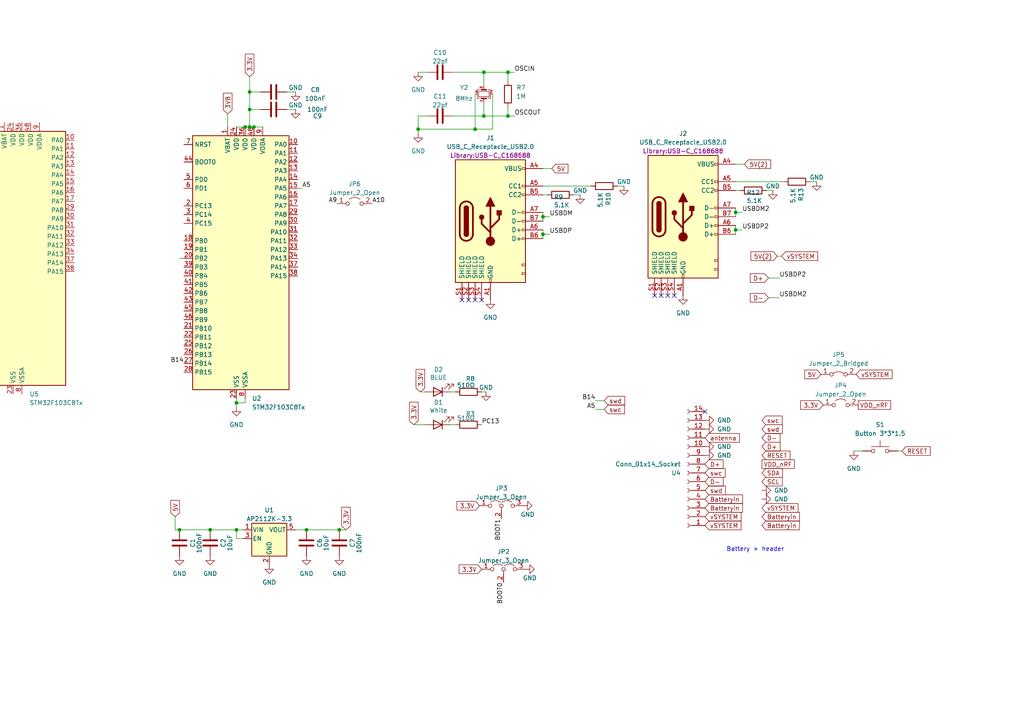
<source format=kicad_sch>
(kicad_sch (version 20231120) (generator "eeschema") (generator_version "8.0")
  (paper "A4")
  (lib_symbols
    (symbol "Connector:Conn_01x14_Socket" (pin_names (offset 1.016) hide)
      (property "Reference" "J" (at 0 17.78 0))
      (property "Value" "Conn_01x14_Socket" (at 0 -20.32 0))
      (symbol "Conn_01x14_Socket_1_1"
        (pin passive line (at -5.08 15.24 0) (length 3.81) (name "Pin_1") (number "1"))
        (pin passive line (at -5.08 -7.62 0) (length 3.81) (name "Pin_10") (number "10"))
        (pin passive line (at -5.08 -10.16 0) (length 3.81) (name "Pin_11") (number "11"))
        (pin passive line (at -5.08 -12.7 0) (length 3.81) (name "Pin_12") (number "12"))
        (pin passive line (at -5.08 -15.24 0) (length 3.81) (name "Pin_13") (number "13"))
        (pin passive line (at -5.08 -17.78 0) (length 3.81) (name "Pin_14") (number "14"))
        (pin passive line (at -5.08 12.7 0) (length 3.81) (name "Pin_2") (number "2"))
        (pin passive line (at -5.08 10.16 0) (length 3.81) (name "Pin_3") (number "3"))
        (pin passive line (at -5.08 7.62 0) (length 3.81) (name "Pin_4") (number "4"))
        (pin passive line (at -5.08 5.08 0) (length 3.81) (name "Pin_5") (number "5"))
        (pin passive line (at -5.08 2.54 0) (length 3.81) (name "Pin_6") (number "6"))
        (pin passive line (at -5.08 0 0) (length 3.81) (name "Pin_7") (number "7"))
        (pin passive line (at -5.08 -2.54 0) (length 3.81) (name "Pin_8") (number "8"))
        (pin passive line (at -5.08 -5.08 0) (length 3.81) (name "Pin_9") (number "9"))
      )
    )
    (symbol "Device:C" (pin_numbers hide) (pin_names (offset 0.254))
      (property "Reference" "C" (at 0.635 2.54 0))
      (property "Value" "C" (at 0.635 -2.54 0))
      (symbol "C_1_1"
        (pin passive line (at 0 3.81 270) (length 2.794) (name "~") (number "1"))
        (pin passive line (at 0 -3.81 90) (length 2.794) (name "~") (number "2"))
      )
    )
    (symbol "Device:Crystal" (pin_numbers hide) (pin_names (offset 1.016) hide)
      (property "Reference" "Y" (at 0 3.81 0))
      (property "Value" "Crystal" (at 0 -3.81 0))
      (symbol "Crystal_1_1"
        (pin passive line (at -3.81 0 0) (length 1.27) (name "1") (number "1"))
        (pin passive line (at 3.81 0 180) (length 1.27) (name "2") (number "2"))
      )
    )
    (symbol "Device:Crystal_GND24_Small" (pin_names (offset 1.016) hide)
      (property "Reference" "Y" (at 1.27 4.445 0))
      (property "Value" "Crystal_GND24_Small" (at 1.27 2.54 0))
      (symbol "Crystal_GND24_Small_1_1"
        (pin passive line (at -2.54 0 0) (length 1.27) (name "1") (number "1"))
        (pin passive line (at 0 -2.54 90) (length 0.635) (name "2") (number "2"))
        (pin passive line (at 2.54 0 180) (length 1.27) (name "3") (number "3"))
        (pin passive line (at 0 2.54 270) (length 0.635) (name "4") (number "4"))
      )
    )
    (symbol "Device:LED" (pin_numbers hide) (pin_names (offset 1.016) hide)
      (property "Reference" "D" (at 0 2.54 0))
      (property "Value" "LED" (at 0 -2.54 0))
      (symbol "LED_1_1"
        (pin passive line (at -3.81 0 0) (length 2.54) (name "K") (number "1"))
        (pin passive line (at 3.81 0 180) (length 2.54) (name "A") (number "2"))
      )
    )
    (symbol "Device:R" (pin_numbers hide) (pin_names (offset 0))
      (property "Reference" "R" (at 2.032 0 90))
      (property "Value" "R" (at 0 0 90))
      (symbol "R_1_1"
        (pin passive line (at 0 3.81 270) (length 1.27) (name "~") (number "1"))
        (pin passive line (at 0 -3.81 90) (length 1.27) (name "~") (number "2"))
      )
    )
    (symbol "Jumper:Jumper_2_Bridged" (pin_names (offset 0) hide)
      (property "Reference" "JP" (at 0 1.905 0))
      (property "Value" "Jumper_2_Bridged" (at 0 -2.54 0))
      (symbol "Jumper_2_Bridged_1_1"
        (pin passive line (at -5.08 0 0) (length 2.54) (name "A") (number "1"))
        (pin passive line (at 5.08 0 180) (length 2.54) (name "B") (number "2"))
      )
    )
    (symbol "Jumper:Jumper_2_Open" (pin_names (offset 0) hide)
      (property "Reference" "JP" (at 0 2.794 0))
      (property "Value" "Jumper_2_Open" (at 0 -2.286 0))
      (symbol "Jumper_2_Open_1_1"
        (pin passive line (at -5.08 0 0) (length 2.54) (name "A") (number "1"))
        (pin passive line (at 5.08 0 180) (length 2.54) (name "B") (number "2"))
      )
    )
    (symbol "Jumper:Jumper_3_Open" (pin_names (offset 0) hide)
      (property "Reference" "JP" (at -2.54 -2.54 0))
      (property "Value" "Jumper_3_Open" (at 0 2.794 0))
      (symbol "Jumper_3_Open_1_1"
        (pin passive line (at -6.35 0 0) (length 2.54) (name "A") (number "1"))
        (pin passive line (at 0 -3.81 90) (length 2.54) (name "C") (number "2"))
        (pin passive line (at 6.35 0 180) (length 2.54) (name "B") (number "3"))
      )
    )
    (symbol "Jumper:SolderJumper_2_Open" (pin_names (offset 0) hide)
      (property "Reference" "JP" (at 0 2.032 0))
      (property "Value" "SolderJumper_2_Open" (at 0 -2.54 0))
      (symbol "SolderJumper_2_Open_1_1"
        (pin passive line (at -3.81 0 0) (length 2.54) (name "A") (number "1"))
        (pin passive line (at 3.81 0 180) (length 2.54) (name "B") (number "2"))
      )
    )
    (symbol "Library:USB_C_Receptacle_USB2.0" (pin_names (offset 1.016))
      (property "Reference" "J1" (at 2.7178 24.3078 0))
      (property "Value" "USB_C_Receptacle_USB2.0" (at 2.7178 21.9964 0))
      (property "Footprint" "Library:USB-C_C168688" (at 2.7178 19.685 0))
      (symbol "USB_C_Receptacle_USB2.0_1_1"
        (pin power_in line (at 0 -22.86 90) (length 5.08) (name "GND") (number "A1"))
        (pin power_in line (at 15.24 15.24 180) (length 5.08) (name "VBUS") (number "A4"))
        (pin bidirectional line (at 15.24 10.16 180) (length 5.08) (name "CC1") (number "A5"))
        (pin bidirectional line (at 15.24 -2.54 180) (length 5.08) (name "D+") (number "A6"))
        (pin bidirectional line (at 15.24 2.54 180) (length 5.08) (name "D-") (number "A7"))
        (pin bidirectional line (at 15.24 7.62 180) (length 5.08) (name "CC2") (number "B5"))
        (pin bidirectional line (at 15.24 -5.08 180) (length 5.08) (name "D+") (number "B6"))
        (pin bidirectional line (at 15.24 0 180) (length 5.08) (name "D-") (number "B7"))
        (pin passive line (at -8.255 -22.86 90) (length 5.08) (name "SHIELD") (number "S1"))
        (pin passive line (at -6.35 -22.86 90) (length 5.08) (name "SHIELD") (number "S2"))
        (pin passive line (at -4.445 -22.86 90) (length 5.08) (name "SHIELD") (number "S3"))
        (pin passive line (at -2.54 -22.86 90) (length 5.08) (name "SHIELD") (number "S4"))
      )
    )
    (symbol "MCU_ST_STM32F1:STM32F103C8Tx"
      (property "Reference" "U" (at -12.7 39.37 0))
      (property "Value" "STM32F103C8Tx" (at 10.16 39.37 0))
      (symbol "STM32F103C8Tx_1_1"
        (pin power_in line (at -2.54 40.64 270) (length 2.54) (name "VBAT") (number "1"))
        (pin bidirectional line (at 17.78 35.56 180) (length 2.54) (name "PA0") (number "10"))
        (pin bidirectional line (at 17.78 33.02 180) (length 2.54) (name "PA1") (number "11"))
        (pin bidirectional line (at 17.78 30.48 180) (length 2.54) (name "PA2") (number "12"))
        (pin bidirectional line (at 17.78 27.94 180) (length 2.54) (name "PA3") (number "13"))
        (pin bidirectional line (at 17.78 25.4 180) (length 2.54) (name "PA4") (number "14"))
        (pin bidirectional line (at 17.78 22.86 180) (length 2.54) (name "PA5") (number "15"))
        (pin bidirectional line (at 17.78 20.32 180) (length 2.54) (name "PA6") (number "16"))
        (pin bidirectional line (at 17.78 17.78 180) (length 2.54) (name "PA7") (number "17"))
        (pin bidirectional line (at -15.24 7.62 0) (length 2.54) (name "PB0") (number "18"))
        (pin bidirectional line (at -15.24 5.08 0) (length 2.54) (name "PB1") (number "19"))
        (pin bidirectional line (at -15.24 17.78 0) (length 2.54) (name "PC13") (number "2"))
        (pin bidirectional line (at -15.24 2.54 0) (length 2.54) (name "PB2") (number "20"))
        (pin bidirectional line (at -15.24 -17.78 0) (length 2.54) (name "PB10") (number "21"))
        (pin bidirectional line (at -15.24 -20.32 0) (length 2.54) (name "PB11") (number "22"))
        (pin power_in line (at 0 -38.1 90) (length 2.54) (name "VSS") (number "23"))
        (pin power_in line (at 0 40.64 270) (length 2.54) (name "VDD") (number "24"))
        (pin bidirectional line (at -15.24 -22.86 0) (length 2.54) (name "PB12") (number "25"))
        (pin bidirectional line (at -15.24 -25.4 0) (length 2.54) (name "PB13") (number "26"))
        (pin bidirectional line (at -15.24 -27.94 0) (length 2.54) (name "PB14") (number "27"))
        (pin bidirectional line (at -15.24 -30.48 0) (length 2.54) (name "PB15") (number "28"))
        (pin bidirectional line (at 17.78 15.24 180) (length 2.54) (name "PA8") (number "29"))
        (pin bidirectional line (at -15.24 15.24 0) (length 2.54) (name "PC14") (number "3"))
        (pin bidirectional line (at 17.78 12.7 180) (length 2.54) (name "PA9") (number "30"))
        (pin bidirectional line (at 17.78 10.16 180) (length 2.54) (name "PA10") (number "31"))
        (pin bidirectional line (at 17.78 7.62 180) (length 2.54) (name "PA11") (number "32"))
        (pin bidirectional line (at 17.78 5.08 180) (length 2.54) (name "PA12") (number "33"))
        (pin bidirectional line (at 17.78 2.54 180) (length 2.54) (name "PA13") (number "34"))
        (pin passive line (at 0 -38.1 90) (length 2.54) hide (name "VSS") (number "35"))
        (pin power_in line (at 2.54 40.64 270) (length 2.54) (name "VDD") (number "36"))
        (pin bidirectional line (at 17.78 0 180) (length 2.54) (name "PA14") (number "37"))
        (pin bidirectional line (at 17.78 -2.54 180) (length 2.54) (name "PA15") (number "38"))
        (pin bidirectional line (at -15.24 0 0) (length 2.54) (name "PB3") (number "39"))
        (pin bidirectional line (at -15.24 12.7 0) (length 2.54) (name "PC15") (number "4"))
        (pin bidirectional line (at -15.24 -2.54 0) (length 2.54) (name "PB4") (number "40"))
        (pin bidirectional line (at -15.24 -5.08 0) (length 2.54) (name "PB5") (number "41"))
        (pin bidirectional line (at -15.24 -7.62 0) (length 2.54) (name "PB6") (number "42"))
        (pin bidirectional line (at -15.24 -10.16 0) (length 2.54) (name "PB7") (number "43"))
        (pin input line (at -15.24 30.48 0) (length 2.54) (name "BOOT0") (number "44"))
        (pin bidirectional line (at -15.24 -12.7 0) (length 2.54) (name "PB8") (number "45"))
        (pin bidirectional line (at -15.24 -15.24 0) (length 2.54) (name "PB9") (number "46"))
        (pin passive line (at 0 -38.1 90) (length 2.54) hide (name "VSS") (number "47"))
        (pin power_in line (at 5.08 40.64 270) (length 2.54) (name "VDD") (number "48"))
        (pin bidirectional line (at -15.24 25.4 0) (length 2.54) (name "PD0") (number "5"))
        (pin bidirectional line (at -15.24 22.86 0) (length 2.54) (name "PD1") (number "6"))
        (pin input line (at -15.24 35.56 0) (length 2.54) (name "NRST") (number "7"))
        (pin power_in line (at 2.54 -38.1 90) (length 2.54) (name "VSSA") (number "8"))
        (pin power_in line (at 7.62 40.64 270) (length 2.54) (name "VDDA") (number "9"))
      )
    )
    (symbol "MCU_ST_STM32F1:STM32F103CBTx"
      (property "Reference" "U" (at -12.7 39.37 0))
      (property "Value" "STM32F103CBTx" (at 10.16 39.37 0))
      (symbol "STM32F103CBTx_1_1"
        (pin power_in line (at -2.54 40.64 270) (length 2.54) (name "VBAT") (number "1"))
        (pin bidirectional line (at 17.78 35.56 180) (length 2.54) (name "PA0") (number "10"))
        (pin bidirectional line (at 17.78 33.02 180) (length 2.54) (name "PA1") (number "11"))
        (pin bidirectional line (at 17.78 30.48 180) (length 2.54) (name "PA2") (number "12"))
        (pin bidirectional line (at 17.78 27.94 180) (length 2.54) (name "PA3") (number "13"))
        (pin bidirectional line (at 17.78 25.4 180) (length 2.54) (name "PA4") (number "14"))
        (pin bidirectional line (at 17.78 22.86 180) (length 2.54) (name "PA5") (number "15"))
        (pin bidirectional line (at 17.78 20.32 180) (length 2.54) (name "PA6") (number "16"))
        (pin bidirectional line (at 17.78 17.78 180) (length 2.54) (name "PA7") (number "17"))
        (pin bidirectional line (at -15.24 7.62 0) (length 2.54) (name "PB0") (number "18"))
        (pin bidirectional line (at -15.24 5.08 0) (length 2.54) (name "PB1") (number "19"))
        (pin bidirectional line (at -15.24 17.78 0) (length 2.54) (name "PC13") (number "2"))
        (pin bidirectional line (at -15.24 2.54 0) (length 2.54) (name "PB2") (number "20"))
        (pin bidirectional line (at -15.24 -17.78 0) (length 2.54) (name "PB10") (number "21"))
        (pin bidirectional line (at -15.24 -20.32 0) (length 2.54) (name "PB11") (number "22"))
        (pin power_in line (at 0 -38.1 90) (length 2.54) (name "VSS") (number "23"))
        (pin power_in line (at 0 40.64 270) (length 2.54) (name "VDD") (number "24"))
        (pin bidirectional line (at -15.24 -22.86 0) (length 2.54) (name "PB12") (number "25"))
        (pin bidirectional line (at -15.24 -25.4 0) (length 2.54) (name "PB13") (number "26"))
        (pin bidirectional line (at -15.24 -27.94 0) (length 2.54) (name "PB14") (number "27"))
        (pin bidirectional line (at -15.24 -30.48 0) (length 2.54) (name "PB15") (number "28"))
        (pin bidirectional line (at 17.78 15.24 180) (length 2.54) (name "PA8") (number "29"))
        (pin bidirectional line (at -15.24 15.24 0) (length 2.54) (name "PC14") (number "3"))
        (pin bidirectional line (at 17.78 12.7 180) (length 2.54) (name "PA9") (number "30"))
        (pin bidirectional line (at 17.78 10.16 180) (length 2.54) (name "PA10") (number "31"))
        (pin bidirectional line (at 17.78 7.62 180) (length 2.54) (name "PA11") (number "32"))
        (pin bidirectional line (at 17.78 5.08 180) (length 2.54) (name "PA12") (number "33"))
        (pin bidirectional line (at 17.78 2.54 180) (length 2.54) (name "PA13") (number "34"))
        (pin passive line (at 0 -38.1 90) (length 2.54) hide (name "VSS") (number "35"))
        (pin power_in line (at 2.54 40.64 270) (length 2.54) (name "VDD") (number "36"))
        (pin bidirectional line (at 17.78 0 180) (length 2.54) (name "PA14") (number "37"))
        (pin bidirectional line (at 17.78 -2.54 180) (length 2.54) (name "PA15") (number "38"))
        (pin bidirectional line (at -15.24 0 0) (length 2.54) (name "PB3") (number "39"))
        (pin bidirectional line (at -15.24 12.7 0) (length 2.54) (name "PC15") (number "4"))
        (pin bidirectional line (at -15.24 -2.54 0) (length 2.54) (name "PB4") (number "40"))
        (pin bidirectional line (at -15.24 -5.08 0) (length 2.54) (name "PB5") (number "41"))
        (pin bidirectional line (at -15.24 -7.62 0) (length 2.54) (name "PB6") (number "42"))
        (pin bidirectional line (at -15.24 -10.16 0) (length 2.54) (name "PB7") (number "43"))
        (pin input line (at -15.24 30.48 0) (length 2.54) (name "BOOT0") (number "44"))
        (pin bidirectional line (at -15.24 -12.7 0) (length 2.54) (name "PB8") (number "45"))
        (pin bidirectional line (at -15.24 -15.24 0) (length 2.54) (name "PB9") (number "46"))
        (pin passive line (at 0 -38.1 90) (length 2.54) hide (name "VSS") (number "47"))
        (pin power_in line (at 5.08 40.64 270) (length 2.54) (name "VDD") (number "48"))
        (pin bidirectional line (at -15.24 25.4 0) (length 2.54) (name "PD0") (number "5"))
        (pin bidirectional line (at -15.24 22.86 0) (length 2.54) (name "PD1") (number "6"))
        (pin input line (at -15.24 35.56 0) (length 2.54) (name "NRST") (number "7"))
        (pin power_in line (at 2.54 -38.1 90) (length 2.54) (name "VSSA") (number "8"))
        (pin power_in line (at 7.62 40.64 270) (length 2.54) (name "VDDA") (number "9"))
      )
    )
    (symbol "MCU_ST_STM32F1:STM32F103CBUx"
      (property "Reference" "U" (at -12.7 39.37 0))
      (property "Value" "STM32F103CBUx" (at 10.16 39.37 0))
      (symbol "STM32F103CBUx_1_1"
        (pin power_in line (at -2.54 40.64 270) (length 2.54) (name "VBAT") (number "1"))
        (pin bidirectional line (at 17.78 35.56 180) (length 2.54) (name "PA0") (number "10"))
        (pin bidirectional line (at 17.78 33.02 180) (length 2.54) (name "PA1") (number "11"))
        (pin bidirectional line (at 17.78 30.48 180) (length 2.54) (name "PA2") (number "12"))
        (pin bidirectional line (at 17.78 27.94 180) (length 2.54) (name "PA3") (number "13"))
        (pin bidirectional line (at 17.78 25.4 180) (length 2.54) (name "PA4") (number "14"))
        (pin bidirectional line (at 17.78 22.86 180) (length 2.54) (name "PA5") (number "15"))
        (pin bidirectional line (at 17.78 20.32 180) (length 2.54) (name "PA6") (number "16"))
        (pin bidirectional line (at 17.78 17.78 180) (length 2.54) (name "PA7") (number "17"))
        (pin bidirectional line (at -15.24 7.62 0) (length 2.54) (name "PB0") (number "18"))
        (pin bidirectional line (at -15.24 5.08 0) (length 2.54) (name "PB1") (number "19"))
        (pin bidirectional line (at -15.24 17.78 0) (length 2.54) (name "PC13") (number "2"))
        (pin bidirectional line (at -15.24 2.54 0) (length 2.54) (name "PB2") (number "20"))
        (pin bidirectional line (at -15.24 -17.78 0) (length 2.54) (name "PB10") (number "21"))
        (pin bidirectional line (at -15.24 -20.32 0) (length 2.54) (name "PB11") (number "22"))
        (pin power_in line (at 0 -38.1 90) (length 2.54) (name "VSS") (number "23"))
        (pin power_in line (at 0 40.64 270) (length 2.54) (name "VDD") (number "24"))
        (pin bidirectional line (at -15.24 -22.86 0) (length 2.54) (name "PB12") (number "25"))
        (pin bidirectional line (at -15.24 -25.4 0) (length 2.54) (name "PB13") (number "26"))
        (pin bidirectional line (at -15.24 -27.94 0) (length 2.54) (name "PB14") (number "27"))
        (pin bidirectional line (at -15.24 -30.48 0) (length 2.54) (name "PB15") (number "28"))
        (pin bidirectional line (at 17.78 15.24 180) (length 2.54) (name "PA8") (number "29"))
        (pin bidirectional line (at -15.24 15.24 0) (length 2.54) (name "PC14") (number "3"))
        (pin bidirectional line (at 17.78 12.7 180) (length 2.54) (name "PA9") (number "30"))
        (pin bidirectional line (at 17.78 10.16 180) (length 2.54) (name "PA10") (number "31"))
        (pin bidirectional line (at 17.78 7.62 180) (length 2.54) (name "PA11") (number "32"))
        (pin bidirectional line (at 17.78 5.08 180) (length 2.54) (name "PA12") (number "33"))
        (pin bidirectional line (at 17.78 2.54 180) (length 2.54) (name "PA13") (number "34"))
        (pin passive line (at 0 -38.1 90) (length 2.54) hide (name "VSS") (number "35"))
        (pin power_in line (at 2.54 40.64 270) (length 2.54) (name "VDD") (number "36"))
        (pin bidirectional line (at 17.78 0 180) (length 2.54) (name "PA14") (number "37"))
        (pin bidirectional line (at 17.78 -2.54 180) (length 2.54) (name "PA15") (number "38"))
        (pin bidirectional line (at -15.24 0 0) (length 2.54) (name "PB3") (number "39"))
        (pin bidirectional line (at -15.24 12.7 0) (length 2.54) (name "PC15") (number "4"))
        (pin bidirectional line (at -15.24 -2.54 0) (length 2.54) (name "PB4") (number "40"))
        (pin bidirectional line (at -15.24 -5.08 0) (length 2.54) (name "PB5") (number "41"))
        (pin bidirectional line (at -15.24 -7.62 0) (length 2.54) (name "PB6") (number "42"))
        (pin bidirectional line (at -15.24 -10.16 0) (length 2.54) (name "PB7") (number "43"))
        (pin input line (at -15.24 30.48 0) (length 2.54) (name "BOOT0") (number "44"))
        (pin bidirectional line (at -15.24 -12.7 0) (length 2.54) (name "PB8") (number "45"))
        (pin bidirectional line (at -15.24 -15.24 0) (length 2.54) (name "PB9") (number "46"))
        (pin passive line (at 0 -38.1 90) (length 2.54) hide (name "VSS") (number "47"))
        (pin power_in line (at 5.08 40.64 270) (length 2.54) (name "VDD") (number "48"))
        (pin passive line (at 0 -38.1 90) (length 2.54) hide (name "VSS") (number "49"))
        (pin bidirectional line (at -15.24 25.4 0) (length 2.54) (name "PD0") (number "5"))
        (pin bidirectional line (at -15.24 22.86 0) (length 2.54) (name "PD1") (number "6"))
        (pin input line (at -15.24 35.56 0) (length 2.54) (name "NRST") (number "7"))
        (pin power_in line (at 2.54 -38.1 90) (length 2.54) (name "VSSA") (number "8"))
        (pin power_in line (at 7.62 40.64 270) (length 2.54) (name "VDDA") (number "9"))
      )
    )
    (symbol "Regulator_Linear:AP2112K-3.3" (pin_names (offset 0.254))
      (property "Reference" "U" (at -5.08 5.715 0))
      (property "Value" "AP2112K-3.3" (at 0 5.715 0))
      (symbol "AP2112K-3.3_1_1"
        (pin power_in line (at -7.62 2.54 0) (length 2.54) (name "VIN") (number "1"))
        (pin power_in line (at 0 -7.62 90) (length 2.54) (name "GND") (number "2"))
        (pin input line (at -7.62 0 0) (length 2.54) (name "EN") (number "3"))
        (pin no_connect line (at 5.08 0 180) (length 2.54) hide (name "NC") (number "4"))
        (pin power_out line (at 7.62 2.54 180) (length 2.54) (name "VOUT") (number "5"))
      )
    )
    (symbol "Switch:SW_Push" (pin_numbers hide) (pin_names (offset 1.016) hide)
      (property "Reference" "SW" (at 1.27 2.54 0))
      (property "Value" "SW_Push" (at 0 -1.524 0))
      (symbol "SW_Push_0_1"
        (pin passive line (at -5.08 0 0) (length 2.54) (name "1") (number "1"))
        (pin passive line (at 5.08 0 180) (length 2.54) (name "2") (number "2"))
      )
    )
    (symbol "power:GND" (power) (pin_names (offset 0))
      (property "Value" "GND" (at 0 -3.81 0))
      (symbol "GND_1_1"
        (pin power_in line (at 0 0 270) (length 0) hide (name "GND") (number "1"))
      )
    )
  )
  (junction (at 121.285 37.465))
  (junction (at 370.84 52.07))
  (junction (at 213.36 66.675))
  (junction (at 137.795 37.465))
  (junction (at 68.58 116.84))
  (junction (at 72.39 31.75))
  (junction (at 140.335 33.655))
  (junction (at 52.07 153.67))
  (junction (at 98.425 153.67))
  (junction (at 157.48 67.945))
  (junction (at 68.58 153.67))
  (junction (at 72.39 26.67))
  (junction (at 213.36 61.595))
  (junction (at 429.895 82.55))
  (junction (at 157.48 62.865))
  (junction (at 72.39 36.83))
  (junction (at 147.32 33.655))
  (junction (at 60.96 153.67))
  (junction (at 88.9 153.67))
  (junction (at 147.32 20.955))
  (junction (at 73.66 36.83))
  (junction (at 353.06 85.09))
  (junction (at 353.06 72.39))
  (junction (at 360.68 52.07))
  (junction (at 140.335 20.955))
  (junction (at 389.89 127))
  (junction (at 71.12 36.83))
  (no_connect (at 193.675 85.725))
  (no_connect (at 189.865 85.725))
  (no_connect (at 135.89 86.995))
  (no_connect (at 191.77 85.725))
  (no_connect (at 204.47 119.38))
  (no_connect (at 137.795 86.995))
  (no_connect (at 139.7 86.995))
  (no_connect (at 195.58 85.725))
  (no_connect (at 133.985 86.995))
  (wire (pts (xy 68.58 153.67) (xy 60.96 153.67)))
  (wire (pts (xy 121.285 37.465) (xy 121.285 33.655)))
  (wire (pts (xy 121.285 38.735) (xy 121.285 37.465)))
  (wire (pts (xy 68.58 116.84) (xy 68.58 115.57)))
  (wire (pts (xy 353.06 72.39) (xy 374.65 72.39)))
  (wire (pts (xy 142.875 37.465) (xy 137.795 37.465)))
  (wire (pts (xy 68.58 156.21) (xy 68.58 153.67)))
  (wire (pts (xy 120.015 123.19) (xy 123.19 123.19)))
  (wire (pts (xy 121.92 113.665) (xy 123.19 113.665)))
  (wire (pts (xy 353.06 74.93) (xy 353.06 72.39)))
  (wire (pts (xy 73.66 36.83) (xy 76.2 36.83)))
  (wire (pts (xy 171.45 53.975) (xy 157.48 53.975)))
  (wire (pts (xy 137.795 37.465) (xy 121.285 37.465)))
  (wire (pts (xy 71.12 36.83) (xy 72.39 36.83)))
  (wire (pts (xy 130.81 123.19) (xy 132.08 123.19)))
  (wire (pts (xy 159.385 62.865) (xy 157.48 62.865)))
  (wire (pts (xy 360.68 42.545) (xy 360.68 43.815)))
  (wire (pts (xy 50.8 153.67) (xy 50.8 149.86)))
  (wire (pts (xy 121.285 20.955) (xy 123.825 20.955)))
  (wire (pts (xy 60.96 153.67) (xy 52.07 153.67)))
  (wire (pts (xy 213.36 65.405) (xy 213.36 66.675)))
  (wire (pts (xy 147.32 31.115) (xy 147.32 33.655)))
  (wire (pts (xy 341.63 72.39) (xy 344.17 72.39)))
  (wire (pts (xy 227.33 52.705) (xy 213.36 52.705)))
  (wire (pts (xy 87.63 54.61) (xy 86.36 54.61)))
  (wire (pts (xy 140.335 33.655) (xy 147.32 33.655)))
  (wire (pts (xy 215.9 47.625) (xy 213.36 47.625)))
  (wire (pts (xy 157.48 67.945) (xy 157.48 69.215)))
  (wire (pts (xy 140.335 20.955) (xy 147.32 20.955)))
  (wire (pts (xy 72.39 31.75) (xy 72.39 36.83)))
  (wire (pts (xy 158.75 56.515) (xy 157.48 56.515)))
  (wire (pts (xy 370.84 50.8) (xy 370.84 52.07)))
  (wire (pts (xy 140.97 113.665) (xy 139.7 113.665)))
  (wire (pts (xy 147.32 20.955) (xy 147.32 23.495)))
  (wire (pts (xy 52.07 74.93) (xy 53.34 74.93)))
  (wire (pts (xy 140.335 29.845) (xy 140.335 33.655)))
  (wire (pts (xy 172.72 116.205) (xy 175.26 116.205)))
  (wire (pts (xy 247.65 130.81) (xy 250.19 130.81)))
  (wire (pts (xy 131.445 20.955) (xy 140.335 20.955)))
  (wire (pts (xy 341.63 85.09) (xy 344.17 85.09)))
  (wire (pts (xy 215.265 66.675) (xy 213.36 66.675)))
  (wire (pts (xy 360.68 51.435) (xy 360.68 52.07)))
  (wire (pts (xy 236.855 52.705) (xy 234.95 52.705)))
  (wire (pts (xy 72.39 36.83) (xy 73.66 36.83)))
  (wire (pts (xy 370.84 52.07) (xy 374.65 52.07)))
  (wire (pts (xy 215.265 61.595) (xy 213.36 61.595)))
  (wire (pts (xy 85.725 31.75) (xy 83.185 31.75)))
  (wire (pts (xy 159.385 67.945) (xy 157.48 67.945)))
  (wire (pts (xy 374.015 69.85) (xy 374.65 69.85)))
  (wire (pts (xy 371.475 62.23) (xy 374.65 62.23)))
  (wire (pts (xy 130.81 113.665) (xy 132.08 113.665)))
  (wire (pts (xy 407.67 82.55) (xy 429.895 82.55)))
  (wire (pts (xy 68.58 116.84) (xy 71.12 116.84)))
  (wire (pts (xy 354.965 52.07) (xy 360.68 52.07)))
  (wire (pts (xy 353.06 85.09) (xy 358.14 85.09)))
  (wire (pts (xy 389.89 127) (xy 389.89 125.73)))
  (wire (pts (xy 407.67 80.01) (xy 419.735 80.01)))
  (wire (pts (xy 100.33 153.67) (xy 98.425 153.67)))
  (wire (pts (xy 68.58 118.11) (xy 68.58 116.84)))
  (wire (pts (xy 85.725 26.67) (xy 83.185 26.67)))
  (wire (pts (xy 88.9 153.67) (xy 98.425 153.67)))
  (wire (pts (xy 140.335 20.955) (xy 140.335 24.765)))
  (wire (pts (xy 371.475 64.77) (xy 374.65 64.77)))
  (wire (pts (xy 160.02 48.895) (xy 157.48 48.895)))
  (wire (pts (xy 70.485 153.67) (xy 68.58 153.67)))
  (wire (pts (xy 353.06 82.55) (xy 353.06 85.09)))
  (wire (pts (xy 360.68 52.07) (xy 370.84 52.07)))
  (wire (pts (xy 52.07 153.67) (xy 50.8 153.67)))
  (wire (pts (xy 70.485 156.21) (xy 68.58 156.21)))
  (wire (pts (xy 72.39 26.67) (xy 72.39 31.75)))
  (wire (pts (xy 137.795 27.305) (xy 137.795 37.465)))
  (wire (pts (xy 358.14 74.93) (xy 358.14 85.09)))
  (wire (pts (xy 72.39 22.225) (xy 72.39 26.67)))
  (wire (pts (xy 172.72 118.745) (xy 175.26 118.745)))
  (wire (pts (xy 392.43 125.73) (xy 392.43 127)))
  (wire (pts (xy 214.63 55.245) (xy 213.36 55.245)))
  (wire (pts (xy 147.32 20.955) (xy 149.225 20.955)))
  (wire (pts (xy 147.32 33.655) (xy 149.225 33.655)))
  (wire (pts (xy 226.695 74.295) (xy 225.425 74.295)))
  (wire (pts (xy 180.975 53.975) (xy 179.07 53.975)))
  (wire (pts (xy 157.48 66.675) (xy 157.48 67.945)))
  (wire (pts (xy 213.36 60.325) (xy 213.36 61.595)))
  (wire (pts (xy 121.285 33.655) (xy 123.825 33.655)))
  (wire (pts (xy 226.06 80.645) (xy 222.885 80.645)))
  (wire (pts (xy 72.39 31.75) (xy 75.565 31.75)))
  (wire (pts (xy 142.875 27.305) (xy 142.875 37.465)))
  (wire (pts (xy 370.84 43.18) (xy 370.84 42.545)))
  (wire (pts (xy 85.725 153.67) (xy 88.9 153.67)))
  (wire (pts (xy 365.125 57.15) (xy 365.76 57.15)))
  (wire (pts (xy 140.335 33.655) (xy 131.445 33.655)))
  (wire (pts (xy 373.38 57.15) (xy 374.65 57.15)))
  (wire (pts (xy 351.79 72.39) (xy 353.06 72.39)))
  (wire (pts (xy 429.895 92.075) (xy 429.895 90.17)))
  (wire (pts (xy 157.48 62.865) (xy 157.48 64.135)))
  (wire (pts (xy 351.79 85.09) (xy 353.06 85.09)))
  (wire (pts (xy 213.36 61.595) (xy 213.36 62.865)))
  (wire (pts (xy 168.275 56.515) (xy 166.37 56.515)))
  (wire (pts (xy 389.89 128.27) (xy 389.89 127)))
  (wire (pts (xy 72.39 26.67) (xy 75.565 26.67)))
  (wire (pts (xy 71.12 116.84) (xy 71.12 115.57)))
  (wire (pts (xy 261.62 130.81) (xy 260.35 130.81)))
  (wire (pts (xy 436.245 82.55) (xy 429.895 82.55)))
  (wire (pts (xy 392.43 127) (xy 389.89 127)))
  (wire (pts (xy 226.06 86.36) (xy 222.885 86.36)))
  (wire (pts (xy 224.155 55.245) (xy 222.25 55.245)))
  (wire (pts (xy 157.48 61.595) (xy 157.48 62.865)))
  (wire (pts (xy 68.58 36.83) (xy 71.12 36.83)))
  (wire (pts (xy 213.36 66.675) (xy 213.36 67.945)))
  (wire (pts (xy 66.04 33.02) (xy 66.04 36.83)))
  (wire (pts (xy 374.65 74.93) (xy 358.14 74.93)))
  (text "Battery + header" (at 219.075 159.385 0) (effects (font (size 1.27 1.27))))
  (label "USBDP2" (at 226.06 80.645 0))
  (label "A9" (at 97.79 59.055 180))
  (label "USBDM2" (at 215.265 61.595 0))
  (label "BOOT0" (at 146.05 168.91 270))
  (label "B14" (at 172.72 116.205 180))
  (label "PC13" (at 374.015 69.85 180))
  (label "OSCOUT" (at 371.475 62.23 180))
  (label "BOOT1" (at 367.03 85.09 180))
  (label "OSCOUT" (at 149.225 33.655 0))
  (label "A10" (at 107.95 59.055 0))
  (label "USBDM" (at 419.735 80.01 0))
  (label "USBDP" (at 436.245 82.55 0))
  (label "RX" (at 407.67 77.47 0))
  (label "A5" (at 172.72 118.745 180))
  (label "USBDM" (at 159.385 62.865 0))
  (label "BOOT0" (at 365.125 57.15 180))
  (label "OSCIN" (at 371.475 64.77 180))
  (label "TX" (at 407.67 74.93 0))
  (label "USBDP2" (at 215.265 66.675 0))
  (label "PC13" (at 139.7 123.19 0))
  (label "OSCIN" (at 149.225 20.955 0))
  (label "USBDP" (at 159.385 67.945 0))
  (label "BOOT1" (at 145.415 150.495 270))
  (label "A5" (at 87.63 54.61 0))
  (label "B14" (at 53.34 105.41 180))
  (label "USBDM2" (at 226.06 86.36 0))
  (global_label "Batteryin" (shape input) (at 220.98 152.4 0) (property "Intersheetrefs" "${INTERSHEET_REFS}" (effects (hide yes))))
  (global_label "5V" (shape input) (at 50.8 149.86 90) (property "Intersheetrefs" "${INTERSHEET_REFS}" (effects (hide yes))))
  (global_label "swd" (shape input) (at 220.98 124.46 0) (property "Intersheetrefs" "${INTERSHEET_REFS}" (effects (hide yes))))
  (global_label "3VB" (shape input) (at 66.04 33.02 90) (property "Intersheetrefs" "${INTERSHEET_REFS}" (effects (hide yes))))
  (global_label "VDD_nRF" (shape passive) (at 248.92 117.475 0) (property "Intersheetrefs" "${INTERSHEET_REFS}" (effects (hide yes))))
  (global_label "Batteryin" (shape input) (at 220.98 149.86 0) (property "Intersheetrefs" "${INTERSHEET_REFS}" (effects (hide yes))))
  (global_label "3.3V" (shape input) (at 429.895 92.075 0) (property "Intersheetrefs" "${INTERSHEET_REFS}" (effects (hide yes))))
  (global_label "5V(2)" (shape input) (at 225.425 74.295 180) (property "Intersheetrefs" "${INTERSHEET_REFS}" (effects (hide yes))))
  (global_label "vSYSTEM" (shape input) (at 226.695 74.295 0) (property "Intersheetrefs" "${INTERSHEET_REFS}" (effects (hide yes))))
  (global_label "vSYSTEM" (shape input) (at 204.47 152.4 0) (property "Intersheetrefs" "${INTERSHEET_REFS}" (effects (hide yes))))
  (global_label "3.3V" (shape input) (at 139.7 165.1 180) (property "Intersheetrefs" "${INTERSHEET_REFS}" (effects (hide yes))))
  (global_label "D-" (shape input) (at 222.885 86.36 180) (property "Intersheetrefs" "${INTERSHEET_REFS}" (effects (hide yes))))
  (global_label "3.3V" (shape input) (at 139.065 146.685 180) (property "Intersheetrefs" "${INTERSHEET_REFS}" (effects (hide yes))))
  (global_label "vSYSTEM" (shape input) (at 220.98 147.32 0) (property "Intersheetrefs" "${INTERSHEET_REFS}" (effects (hide yes))))
  (global_label "swc" (shape input) (at 204.47 137.16 0) (property "Intersheetrefs" "${INTERSHEET_REFS}" (effects (hide yes))))
  (global_label "D-" (shape input) (at 220.98 127 0) (property "Intersheetrefs" "${INTERSHEET_REFS}" (effects (hide yes))))
  (global_label "3.3V" (shape input) (at 72.39 22.225 90) (property "Intersheetrefs" "${INTERSHEET_REFS}" (effects (hide yes))))
  (global_label "swd" (shape input) (at 407.67 62.23 0) (property "Intersheetrefs" "${INTERSHEET_REFS}" (effects (hide yes))))
  (global_label "RESET" (shape input) (at 220.98 132.08 0) (property "Intersheetrefs" "${INTERSHEET_REFS}" (effects (hide yes))))
  (global_label "SCL" (shape input) (at 220.98 139.7 0) (property "Intersheetrefs" "${INTERSHEET_REFS}" (effects (hide yes))))
  (global_label "SDA" (shape input) (at 220.98 137.16 0) (property "Intersheetrefs" "${INTERSHEET_REFS}" (effects (hide yes))))
  (global_label "swd" (shape input) (at 175.26 116.205 0) (property "Intersheetrefs" "${INTERSHEET_REFS}" (effects (hide yes))))
  (global_label "antenna" (shape input) (at 204.47 127 0) (property "Intersheetrefs" "${INTERSHEET_REFS}" (effects (hide yes))))
  (global_label "RESET" (shape input) (at 261.62 130.81 0) (property "Intersheetrefs" "${INTERSHEET_REFS}" (effects (hide yes))))
  (global_label "Batteryin" (shape input) (at 204.47 147.32 0) (property "Intersheetrefs" "${INTERSHEET_REFS}" (effects (hide yes))))
  (global_label "3.3V" (shape input) (at 121.92 113.665 90) (property "Intersheetrefs" "${INTERSHEET_REFS}" (effects (hide yes))))
  (global_label "3.3V" (shape input) (at 370.84 42.545 90) (property "Intersheetrefs" "${INTERSHEET_REFS}" (effects (hide yes))))
  (global_label "5V(2)" (shape input) (at 215.9 47.625 0) (property "Intersheetrefs" "${INTERSHEET_REFS}" (effects (hide yes))))
  (global_label "swc" (shape input) (at 220.98 121.92 0) (property "Intersheetrefs" "${INTERSHEET_REFS}" (effects (hide yes))))
  (global_label "3.3V" (shape input) (at 120.015 123.19 90) (property "Intersheetrefs" "${INTERSHEET_REFS}" (effects (hide yes))))
  (global_label "3.3V" (shape input) (at 238.76 117.475 180) (property "Intersheetrefs" "${INTERSHEET_REFS}" (effects (hide yes))))
  (global_label "vSYSTEM" (shape input) (at 204.47 149.86 0) (property "Intersheetrefs" "${INTERSHEET_REFS}" (effects (hide yes))))
  (global_label "vSYSTEM" (shape input) (at 248.285 108.585 0) (property "Intersheetrefs" "${INTERSHEET_REFS}" (effects (hide yes))))
  (global_label "3.3V" (shape input) (at 100.33 153.67 90) (property "Intersheetrefs" "${INTERSHEET_REFS}" (effects (hide yes))))
  (global_label "D+" (shape input) (at 222.885 80.645 180) (property "Intersheetrefs" "${INTERSHEET_REFS}" (effects (hide yes))))
  (global_label "D-" (shape input) (at 204.47 139.7 0) (property "Intersheetrefs" "${INTERSHEET_REFS}" (effects (hide yes))))
  (global_label "Batteryin" (shape input) (at 204.47 144.78 0) (property "Intersheetrefs" "${INTERSHEET_REFS}" (effects (hide yes))))
  (global_label "swc" (shape input) (at 175.26 118.745 0) (property "Intersheetrefs" "${INTERSHEET_REFS}" (effects (hide yes))))
  (global_label "D+" (shape input) (at 220.98 129.54 0) (property "Intersheetrefs" "${INTERSHEET_REFS}" (effects (hide yes))))
  (global_label "swc" (shape input) (at 407.67 64.77 0) (property "Intersheetrefs" "${INTERSHEET_REFS}" (effects (hide yes))))
  (global_label "D+" (shape input) (at 204.47 134.62 0) (property "Intersheetrefs" "${INTERSHEET_REFS}" (effects (hide yes))))
  (global_label "swd" (shape input) (at 204.47 142.24 0) (property "Intersheetrefs" "${INTERSHEET_REFS}" (effects (hide yes))))
  (global_label "5V" (shape input) (at 160.02 48.895 0) (property "Intersheetrefs" "${INTERSHEET_REFS}" (effects (hide yes))))
  (global_label "VDD_nRF" (shape passive) (at 220.98 134.62 0) (property "Intersheetrefs" "${INTERSHEET_REFS}" (effects (hide yes))))
  (global_label "5V" (shape input) (at 238.125 108.585 180) (property "Intersheetrefs" "${INTERSHEET_REFS}" (effects (hide yes))))
  (symbol (lib_id "Device:R") (at 370.84 46.99 0) (unit 1)
    (property "Reference" "R4" (at 372.745 46.355 0) (effects (justify left)))
    (property "Value" "10k" (at 372.745 48.895 0) (effects (justify left)))
    (property "Footprint" "Resistor_SMD:R_0402_1005Metric" (effects (hide yes)))
    (property "ID" "7" (effects (hide yes)))
  )
  (symbol (lib_id "Device:C") (at 60.96 157.48 180) (unit 1)
    (property "Reference" "C2" (at 64.77 157.48 90))
    (property "Value" "10uF" (at 66.675 157.48 90))
    (property "Footprint" "Capacitor_SMD:C_0402_1005Metric" (effects (hide yes)))
    (property "ID" "83" (effects (hide yes)))
  )
  (symbol (lib_id "Device:Crystal") (at 353.06 78.74 270) (unit 1)
    (property "Reference" "Y1" (at 346.71 77.47 90) (effects (justify left)))
    (property "Value" "32.768KHZ" (at 339.09 80.01 90) (effects (justify left)))
    (property "Footprint" "Crystal:Crystal_SMD_3215-2Pin_3.2x1.5mm" (effects (hide yes)))
    (property "ID" "43" (effects (hide yes)))
  )
  (symbol (lib_id "power:GND") (at 204.47 132.08 90) (unit 1)
    (property "Reference" "#PWR030" (effects (hide yes)))
    (property "Value" "GND" (at 212.09 132.08 90) (effects (justify left)))
  )
  (symbol (lib_id "Device:LED") (at 127 123.19 180) (unit 1)
    (property "Reference" "D1" (at 127.1778 116.713 0))
    (property "Value" "White" (at 127.1778 119.0244 0))
    (property "Footprint" "LED_SMD:LED_0402_1005Metric" (effects (hide yes)))
    (property "ID" "97" (effects (hide yes)))
  )
  (symbol (lib_id "Device:R") (at 162.56 56.515 270) (unit 1)
    (property "Reference" "R9" (at 160.655 57.15 90) (effects (justify left)))
    (property "Value" "5.1K" (at 160.655 59.4614 90) (effects (justify left)))
    (property "Footprint" "Resistor_SMD:R_0402_1005Metric" (effects (hide yes)))
    (property "ID" "23" (effects (hide yes)))
  )
  (symbol (lib_id "Device:C") (at 347.98 72.39 90) (unit 1)
    (property "Reference" "C3" (at 347.98 66.04 90))
    (property "Value" "12pF" (at 347.98 68.58 90))
    (property "Footprint" "Capacitor_SMD:C_0402_1005Metric" (effects (hide yes)))
    (property "ID" "17" (effects (hide yes)))
  )
  (symbol (lib_id "Device:R") (at 135.89 123.19 90) (unit 1)
    (property "Reference" "R3" (at 137.795 120.015 90) (effects (justify left)))
    (property "Value" "510Ω" (at 137.795 121.285 90) (effects (justify left)))
    (property "Footprint" "Resistor_SMD:R_0402_1005Metric" (effects (hide yes)))
    (property "ID" "100" (effects (hide yes)))
  )
  (symbol (lib_id "Device:R") (at 231.14 52.705 270) (unit 1)
    (property "Reference" "R13" (at 232.3084 54.483 0) (effects (justify left)))
    (property "Value" "5.1K" (at 229.997 54.483 0) (effects (justify left)))
    (property "Footprint" "Resistor_SMD:R_0402_1005Metric" (effects (hide yes)))
    (property "ID" "23" (effects (hide yes)))
  )
  (symbol (lib_id "Device:C") (at 347.98 85.09 270) (unit 1)
    (property "Reference" "C4" (at 347.98 91.44 90))
    (property "Value" "12pF" (at 347.98 88.9 90))
    (property "Footprint" "Capacitor_SMD:C_0402_1005Metric" (effects (hide yes)))
    (property "ID" "17" (effects (hide yes)))
  )
  (symbol (lib_id "power:GND") (at 88.9 161.29 0) (unit 1)
    (property "Reference" "#PWR08" (effects (hide yes)))
    (property "Value" "GND" (at 88.9 166.37 0))
  )
  (symbol (lib_id "Device:C") (at 354.965 55.88 180) (unit 1)
    (property "Reference" "C5" (at 348.615 55.88 90))
    (property "Value" "100nF" (at 350.52 55.88 90))
    (property "Footprint" "Capacitor_SMD:C_0402_1005Metric" (effects (hide yes)))
    (property "ID" "21" (effects (hide yes)))
  )
  (symbol (lib_id "Library:USB_C_Receptacle_USB2.0") (at 198.12 62.865 0) (unit 1)
    (property "Reference" "J2" (at 198.12 38.735 0))
    (property "Value" "USB_C_Receptacle_USB2.0" (at 198.12 41.275 0))
    (property "Footprint" "Library:USB-C_C168688" (at 198.12 43.815 0))
    (property "Datasheet" "https://www.usb.org/sites/default/files/documents/usb_type-c.zip" (effects (hide yes)))
    (property "ID" "65" (effects (hide yes)))
  )
  (symbol (lib_id "Jumper:Jumper_2_Bridged") (at 243.205 108.585 0) (unit 1)
    (property "Reference" "JP5" (at 243.205 102.87 0))
    (property "Value" "Jumper_2_Bridged" (at 243.205 105.41 0))
    (property "Footprint" "Jumper:SolderJumper-2_P1.3mm_Bridged_RoundedPad1.0x1.5mm" (effects (hide yes)))
  )
  (symbol (lib_id "Device:R") (at 147.32 27.305 0) (mirror y) (unit 1)
    (property "Reference" "R7" (at 151.13 25.4 0))
    (property "Value" "1M" (at 151.13 27.94 0))
    (property "Footprint" "Resistor_SMD:R_0402_1005Metric" (effects (hide yes)))
    (property "ID" "28" (effects (hide yes)))
  )
  (symbol (lib_id "power:GND") (at 121.285 20.955 0) (unit 1)
    (property "Reference" "#PWR013" (effects (hide yes)))
    (property "Value" "GND" (at 121.285 26.035 0))
  )
  (symbol (lib_id "power:GND") (at 151.765 146.685 90) (unit 1)
    (property "Reference" "#PWR020" (effects (hide yes)))
    (property "Value" "GND" (at 153.035 149.225 90))
  )
  (symbol (lib_id "Device:R") (at 135.89 113.665 90) (unit 1)
    (property "Reference" "R8" (at 137.795 109.855 90) (effects (justify left)))
    (property "Value" "510Ω" (at 137.795 111.76 90) (effects (justify left)))
    (property "Footprint" "Resistor_SMD:R_0402_1005Metric" (effects (hide yes)))
    (property "ID" "100" (effects (hide yes)))
  )
  (symbol (lib_id "power:GND") (at 98.425 161.29 0) (unit 1)
    (property "Reference" "#PWR09" (effects (hide yes)))
    (property "Value" "GND" (at 98.425 166.37 0))
  )
  (symbol (lib_id "Connector:Conn_01x14_Socket") (at 199.39 137.16 180) (unit 1)
    (property "Reference" "U4" (at 197.485 137.1601 0) (effects (justify left)))
    (property "Value" "Conn_01x14_Socket" (at 197.485 134.6201 0) (effects (justify left)))
    (property "Footprint" "Library:FPC" (effects (hide yes)))
    (property "Description" "Generic connector, single row, 01x14, script generated" (effects (hide yes)))
  )
  (symbol (lib_id "power:GND") (at 204.47 121.92 90) (unit 1)
    (property "Reference" "#PWR021" (effects (hide yes)))
    (property "Value" "GND" (at 212.09 121.92 90) (effects (justify left)))
  )
  (symbol (lib_id "Jumper:Jumper_3_Open") (at 145.415 146.685 0) (unit 1)
    (property "Reference" "JP3" (at 145.415 141.605 0))
    (property "Value" "Jumper_3_Open" (at 145.415 144.145 0))
    (property "Footprint" "Jumper:SolderJumper-3_P1.3mm_Open_RoundedPad1.0x1.5mm" (effects (hide yes)))
  )
  (symbol (lib_id "Switch:SW_Push") (at 255.27 130.81 0) (unit 1)
    (property "Reference" "S1" (at 255.27 123.19 0))
    (property "Value" "Button 3*3*1.5" (at 255.27 125.73 0))
    (property "Footprint" "Library:button 3x3" (effects (hide yes)))
    (property "Description" "Push button switch, generic, two pins" (effects (hide yes)))
    (property "ID" "111" (effects (hide yes)))
  )
  (symbol (lib_id "power:GND") (at 180.975 53.975 0) (unit 1)
    (property "Reference" "#PWR018" (effects (hide yes)))
    (property "Value" "GND" (at 180.975 52.705 0))
  )
  (symbol (lib_id "power:GND") (at 360.68 42.545 180) (unit 1)
    (property "Reference" "#PWR07" (effects (hide yes)))
    (property "Value" "GND" (at 356.87 41.275 0))
  )
  (symbol (lib_id "Device:R") (at 369.57 57.15 90) (unit 1)
    (property "Reference" "R1" (at 369.57 54.61 90))
    (property "Value" "10k" (at 369.57 57.15 90))
    (property "Footprint" "Resistor_SMD:R_0402_1005Metric" (effects (hide yes)))
    (property "ID" "7" (effects (hide yes)))
  )
  (symbol (lib_id "power:GND") (at 236.855 52.705 0) (unit 1)
    (property "Reference" "#PWR025" (effects (hide yes)))
    (property "Value" "GND" (at 236.855 51.435 0))
  )
  (symbol (lib_id "power:GND") (at 224.155 55.245 0) (unit 1)
    (property "Reference" "#PWR024" (effects (hide yes)))
    (property "Value" "GND" (at 224.155 53.975 0))
  )
  (symbol (lib_id "power:GND") (at 140.97 113.665 0) (unit 1)
    (property "Reference" "#PWR016" (effects (hide yes)))
    (property "Value" "GND" (at 140.97 112.395 0))
  )
  (symbol (lib_id "power:GND") (at 142.24 86.995 0) (unit 1)
    (property "Reference" "#PWR015" (effects (hide yes)))
    (property "Value" "GND" (at 142.24 92.075 0))
  )
  (symbol (lib_id "Jumper:Jumper_2_Open") (at 102.87 59.055 0) (unit 1)
    (property "Reference" "JP6" (at 102.87 53.34 0))
    (property "Value" "Jumper_2_Open" (at 102.87 55.88 0))
    (property "Footprint" "Jumper:SolderJumper-2_P1.3mm_Open_RoundedPad1.0x1.5mm" (effects (hide yes)))
  )
  (symbol (lib_id "Regulator_Linear:AP2112K-3.3") (at 78.105 156.21 0) (unit 1)
    (property "Reference" "U1" (at 78.105 147.955 0))
    (property "Value" "AP2112K-3.3" (at 78.105 150.495 0))
    (property "Footprint" "Package_TO_SOT_SMD:SOT-23-5" (effects (hide yes)))
    (property "Datasheet" "https://www.diodes.com/assets/Datasheets/AP2112.pdf" (effects (hide yes)))
    (property "ID" "62" (effects (hide yes)))
  )
  (symbol (lib_id "Device:C") (at 127.635 20.955 90) (unit 1)
    (property "Reference" "C10" (at 127.635 15.24 90))
    (property "Value" "22pf" (at 127.635 17.78 90))
    (property "Footprint" "Capacitor_SMD:C_0402_1005Metric" (effects (hide yes)))
    (property "ID" "84" (effects (hide yes)))
  )
  (symbol (lib_id "Device:LED") (at 127 113.665 180) (unit 1)
    (property "Reference" "D2" (at 127.1778 107.188 0))
    (property "Value" "BLUE" (at 127.1778 109.4994 0))
    (property "Footprint" "LED_SMD:LED_0402_1005Metric" (effects (hide yes)))
    (property "ID" "90" (effects (hide yes)))
  )
  (symbol (lib_id "Device:C") (at 127.635 33.655 90) (unit 1)
    (property "Reference" "C11" (at 127.635 27.94 90))
    (property "Value" "22pf" (at 127.635 30.48 90))
    (property "Footprint" "Capacitor_SMD:C_0402_1005Metric" (effects (hide yes)))
    (property "ID" "84" (effects (hide yes)))
  )
  (symbol (lib_id "power:GND") (at 247.65 130.81 0) (unit 1)
    (property "Reference" "#PWR027" (effects (hide yes)))
    (property "Value" "GND" (at 247.65 135.89 0))
  )
  (symbol (lib_id "power:GND") (at 60.96 161.29 0) (unit 1)
    (property "Reference" "#PWR02" (effects (hide yes)))
    (property "Value" "GND" (at 60.96 166.37 0))
  )
  (symbol (lib_id "Device:C") (at 79.375 31.75 270) (unit 1)
    (property "Reference" "C9" (at 92.075 33.655 90))
    (property "Value" "100nF" (at 92.075 31.75 90))
    (property "Footprint" "Capacitor_SMD:C_0402_1005Metric" (effects (hide yes)))
    (property "ID" "21" (effects (hide yes)))
  )
  (symbol (lib_id "Device:R") (at 218.44 55.245 270) (unit 1)
    (property "Reference" "R12" (at 216.535 55.88 90) (effects (justify left)))
    (property "Value" "5.1K" (at 216.535 58.1914 90) (effects (justify left)))
    (property "Footprint" "Resistor_SMD:R_0402_1005Metric" (effects (hide yes)))
    (property "ID" "23" (effects (hide yes)))
  )
  (symbol (lib_id "power:GND") (at 85.725 31.75 0) (unit 1)
    (property "Reference" "#PWR012" (effects (hide yes)))
    (property "Value" "GND" (at 85.725 30.48 0))
  )
  (symbol (lib_id "power:GND") (at 204.47 124.46 90) (unit 1)
    (property "Reference" "#PWR022" (effects (hide yes)))
    (property "Value" "GND" (at 212.09 124.46 90) (effects (justify left)))
  )
  (symbol (lib_id "Device:R") (at 429.895 86.36 180) (unit 1)
    (property "Reference" "R11" (at 433.705 87.63 0))
    (property "Value" "1.5K" (at 433.705 85.725 0))
    (property "Footprint" "Resistor_SMD:R_0402_1005Metric" (effects (hide yes)))
    (property "ID" "27" (effects (hide yes)))
  )
  (symbol (lib_id "MCU_ST_STM32F1:STM32F103CBUx") (at 389.89 87.63 0) (unit 1)
    (property "Reference" "U3" (at 394.6241 125.73 0) (effects (justify left)))
    (property "Value" "STM32F103CBUx" (at 394.6241 128.27 0) (effects (justify left)))
    (property "Footprint" "Package_DFN_QFN:QFN-48-1EP_7x7mm_P0.5mm_EP5.6x5.6mm" (effects (hide yes)))
    (property "Datasheet" "https://www.st.com/resource/en/datasheet/stm32f103cb.pdf" (effects (hide yes)))
    (property "Description" "STMicroelectronics Arm Cortex-M3 MCU, 128KB flash, 20KB RAM, 72 MHz, 2.0-3.6V, 37 GPIO, UFQFPN48" (effects (hide yes)))
  )
  (symbol (lib_id "power:GND") (at 389.89 128.27 0) (unit 1)
    (property "Reference" "#PWR031" (effects (hide yes)))
    (property "Value" "GND" (at 389.89 133.35 0))
  )
  (symbol (lib_id "Device:R") (at 370.84 85.09 90) (unit 1)
    (property "Reference" "R2" (at 370.84 80.01 90))
    (property "Value" "10k" (at 370.84 82.55 90))
    (property "Footprint" "Resistor_SMD:R_0402_1005Metric" (effects (hide yes)))
    (property "ID" "7" (effects (hide yes)))
  )
  (symbol (lib_id "MCU_ST_STM32F1:STM32F103C8Tx") (at 68.58 77.47 0) (unit 1)
    (property "Reference" "U2" (at 73.0759 115.57 0) (effects (justify left)))
    (property "Value" "STM32F103C8Tx" (at 73.0759 118.11 0) (effects (justify left)))
    (property "Footprint" "Package_QFP:LQFP-48_7x7mm_P0.5mm" (effects (hide yes)))
    (property "Datasheet" "https://www.st.com/resource/en/datasheet/stm32f103c8.pdf" (effects (hide yes)))
    (property "ID" "115" (effects (hide yes)))
  )
  (symbol (lib_id "Device:C") (at 52.07 157.48 180) (unit 1)
    (property "Reference" "C1" (at 55.88 157.48 90))
    (property "Value" "100nF" (at 57.785 157.48 90))
    (property "Footprint" "Capacitor_SMD:C_0402_1005Metric" (effects (hide yes)))
    (property "ID" "21" (effects (hide yes)))
  )
  (symbol (lib_id "Device:C") (at 88.9 157.48 180) (unit 1)
    (property "Reference" "C6" (at 92.71 157.48 90))
    (property "Value" "10uF" (at 94.615 157.48 90))
    (property "Footprint" "Capacitor_SMD:C_0402_1005Metric" (effects (hide yes)))
    (property "ID" "83" (effects (hide yes)))
  )
  (symbol (lib_id "power:GND") (at 341.63 85.09 0) (unit 1)
    (property "Reference" "#PWR04" (effects (hide yes)))
    (property "Value" "GND" (at 341.63 90.17 0))
  )
  (symbol (lib_id "power:GND") (at 121.285 38.735 0) (unit 1)
    (property "Reference" "#PWR014" (effects (hide yes)))
    (property "Value" "GND" (at 121.285 43.815 0))
  )
  (symbol (lib_id "Library:USB_C_Receptacle_USB2.0") (at 142.24 64.135 0) (unit 1)
    (property "Reference" "J1" (at 142.24 40.005 0))
    (property "Value" "USB_C_Receptacle_USB2.0" (at 142.24 42.545 0))
    (property "Footprint" "Library:USB-C_C168688" (at 142.24 45.085 0))
    (property "Datasheet" "https://www.usb.org/sites/default/files/documents/usb_type-c.zip" (effects (hide yes)))
    (property "ID" "65" (effects (hide yes)))
  )
  (symbol (lib_id "power:GND") (at 78.105 163.83 0) (unit 1)
    (property "Reference" "#PWR05" (effects (hide yes)))
    (property "Value" "GND" (at 78.105 168.91 0))
  )
  (symbol (lib_id "power:GND") (at 204.47 129.54 90) (unit 1)
    (property "Reference" "#PWR029" (effects (hide yes)))
    (property "Value" "GND" (at 212.09 129.54 90) (effects (justify left)))
  )
  (symbol (lib_id "Device:C") (at 79.375 26.67 270) (unit 1)
    (property "Reference" "C8" (at 91.44 26.035 90))
    (property "Value" "100nF" (at 91.44 28.575 90))
    (property "Footprint" "Capacitor_SMD:C_0402_1005Metric" (effects (hide yes)))
    (property "ID" "21" (effects (hide yes)))
  )
  (symbol (lib_id "Device:R") (at 175.26 53.975 270) (unit 1)
    (property "Reference" "R10" (at 176.4284 55.753 0) (effects (justify left)))
    (property "Value" "5.1K" (at 174.117 55.753 0) (effects (justify left)))
    (property "Footprint" "Resistor_SMD:R_0402_1005Metric" (effects (hide yes)))
    (property "ID" "23" (effects (hide yes)))
  )
  (symbol (lib_id "power:GND") (at 354.965 59.69 0) (unit 1)
    (property "Reference" "#PWR06" (effects (hide yes)))
    (property "Value" "GND" (at 351.155 60.96 0))
  )
  (symbol (lib_id "Jumper:Jumper_3_Open") (at 146.05 165.1 0) (unit 1)
    (property "Reference" "JP2" (at 146.05 160.02 0))
    (property "Value" "Jumper_3_Open" (at 146.05 162.56 0))
    (property "Footprint" "Jumper:SolderJumper-3_P1.3mm_Open_RoundedPad1.0x1.5mm" (effects (hide yes)))
  )
  (symbol (lib_id "power:GND") (at 220.98 142.24 90) (unit 1)
    (property "Reference" "#PWR026" (effects (hide yes)))
    (property "Value" "GND" (at 228.6 142.24 90) (effects (justify left)))
  )
  (symbol (lib_id "power:GND") (at 198.12 85.725 0) (unit 1)
    (property "Reference" "#PWR023" (effects (hide yes)))
    (property "Value" "GND" (at 198.12 90.805 0))
  )
  (symbol (lib_id "power:GND") (at 168.275 56.515 0) (unit 1)
    (property "Reference" "#PWR017" (effects (hide yes)))
    (property "Value" "GND" (at 168.275 55.245 0))
  )
  (symbol (lib_id "power:GND") (at 341.63 72.39 0) (unit 1)
    (property "Reference" "#PWR03" (effects (hide yes)))
    (property "Value" "GND" (at 341.63 71.12 0))
  )
  (symbol (lib_id "Device:Crystal_GND24_Small") (at 140.335 27.305 90) (unit 1)
    (property "Reference" "Y2" (at 134.62 25.4 90))
    (property "Value" "8Mhz" (at 134.62 28.575 90))
    (property "Footprint" "Crystal:Crystal_SMD_3225-4Pin_3.2x2.5mm" (effects (hide yes)))
    (property "ID" "103" (effects (hide yes)))
  )
  (symbol (lib_id "Device:C") (at 98.425 157.48 180) (unit 1)
    (property "Reference" "C7" (at 102.235 157.48 90))
    (property "Value" "100nF" (at 104.14 157.48 90))
    (property "Footprint" "Capacitor_SMD:C_0402_1005Metric" (effects (hide yes)))
    (property "ID" "21" (effects (hide yes)))
  )
  (symbol (lib_id "MCU_ST_STM32F1:STM32F103CBTx") (at 3.81 76.2 0) (unit 1)
    (property "Reference" "U5" (at 8.5441 114.3 0) (effects (justify left)))
    (property "Value" "STM32F103CBTx" (at 8.5441 116.84 0) (effects (justify left)))
    (property "Footprint" "Package_QFP:LQFP-48_7x7mm_P0.5mm" (effects (hide yes)))
    (property "Datasheet" "https://www.st.com/resource/en/datasheet/stm32f103cb.pdf" (effects (hide yes)))
    (property "Description" "STMicroelectronics Arm Cortex-M3 MCU, 128KB flash, 20KB RAM, 72 MHz, 2.0-3.6V, 37 GPIO, LQFP48" (effects (hide yes)))
  )
  (symbol (lib_id "Jumper:Jumper_2_Open") (at 243.84 117.475 0) (unit 1)
    (property "Reference" "JP4" (at 243.84 111.76 0))
    (property "Value" "Jumper_2_Open" (at 243.84 114.3 0))
    (property "Footprint" "Jumper:SolderJumper-2_P1.3mm_Open_RoundedPad1.0x1.5mm" (effects (hide yes)))
  )
  (symbol (lib_id "power:GND") (at 220.98 144.78 90) (unit 1)
    (property "Reference" "#PWR028" (effects (hide yes)))
    (property "Value" "GND" (at 228.6 144.78 90) (effects (justify left)))
  )
  (symbol (lib_id "power:GND") (at 52.07 161.29 0) (unit 1)
    (property "Reference" "#PWR01" (effects (hide yes)))
    (property "Value" "GND" (at 52.07 166.37 0))
  )
  (symbol (lib_id "Jumper:SolderJumper_2_Open") (at 360.68 47.625 90) (unit 1)
    (property "Reference" "JP1" (at 347.98 46.355 90) (effects (justify right)))
    (property "Value" "SolderJumper_2_Open" (at 338.455 48.895 90) (effects (justify right)))
    (property "Footprint" "Jumper:SolderJumper-2_P1.3mm_Open_RoundedPad1.0x1.5mm" (effects (hide yes)))
  )
  (symbol (lib_id "power:GND") (at 68.58 118.11 0) (unit 1)
    (property "Reference" "#PWR010" (effects (hide yes)))
    (property "Value" "GND" (at 68.58 123.19 0))
  )
  (symbol (lib_id "power:GND") (at 85.725 26.67 0) (unit 1)
    (property "Reference" "#PWR011" (effects (hide yes)))
    (property "Value" "GND" (at 85.725 25.4 0))
  )
  (symbol (lib_id "power:GND") (at 152.4 165.1 90) (unit 1)
    (property "Reference" "#PWR019" (effects (hide yes)))
    (property "Value" "GND" (at 153.67 167.64 90))
  )
)
</source>
